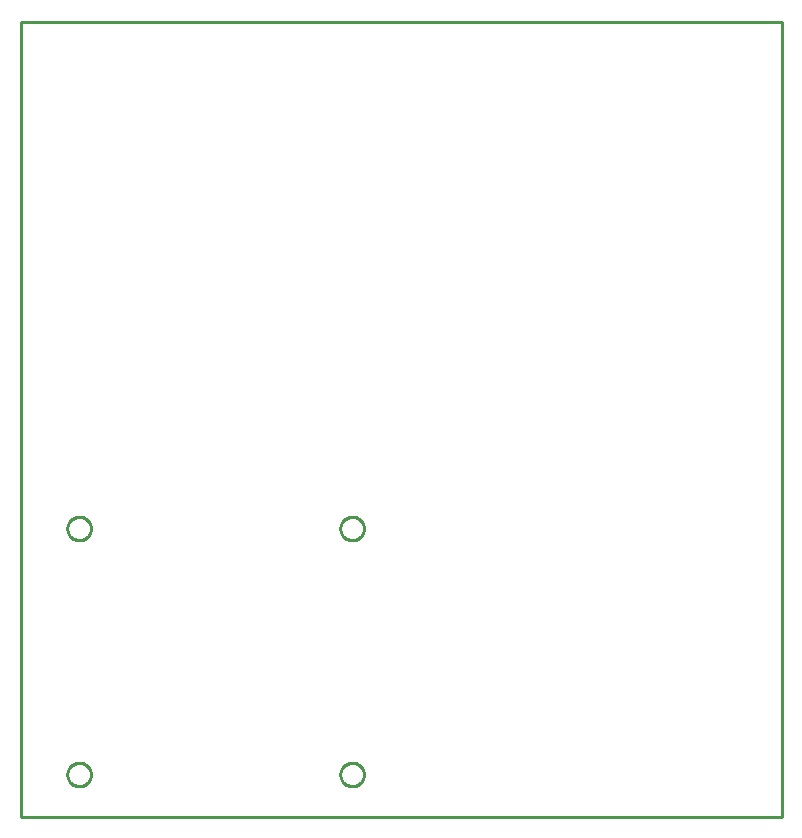
<source format=gbr>
G04 EAGLE Gerber RS-274X export*
G75*
%MOMM*%
%FSLAX34Y34*%
%LPD*%
%IN*%
%IPPOS*%
%AMOC8*
5,1,8,0,0,1.08239X$1,22.5*%
G01*
%ADD10C,0.254000*%


D10*
X-266700Y-25400D02*
X377700Y-25400D01*
X377700Y647600D01*
X-266700Y647600D01*
X-266700Y-25400D01*
X13533Y20160D02*
X12664Y20084D01*
X11804Y19932D01*
X10960Y19706D01*
X10140Y19408D01*
X9348Y19039D01*
X8592Y18602D01*
X7877Y18101D01*
X7208Y17540D01*
X6590Y16922D01*
X6029Y16253D01*
X5528Y15538D01*
X5091Y14782D01*
X4722Y13990D01*
X4424Y13170D01*
X4198Y12326D01*
X4046Y11467D01*
X3970Y10597D01*
X3970Y9723D01*
X4046Y8854D01*
X4198Y7994D01*
X4424Y7150D01*
X4722Y6330D01*
X5091Y5538D01*
X5528Y4782D01*
X6029Y4067D01*
X6590Y3398D01*
X7208Y2780D01*
X7877Y2219D01*
X8592Y1718D01*
X9348Y1281D01*
X10140Y912D01*
X10960Y614D01*
X11804Y388D01*
X12664Y236D01*
X13533Y160D01*
X14407Y160D01*
X15277Y236D01*
X16136Y388D01*
X16980Y614D01*
X17800Y912D01*
X18592Y1281D01*
X19348Y1718D01*
X20063Y2219D01*
X20732Y2780D01*
X21350Y3398D01*
X21911Y4067D01*
X22412Y4782D01*
X22849Y5538D01*
X23218Y6330D01*
X23516Y7150D01*
X23742Y7994D01*
X23894Y8854D01*
X23970Y9723D01*
X23970Y10597D01*
X23894Y11467D01*
X23742Y12326D01*
X23516Y13170D01*
X23218Y13990D01*
X22849Y14782D01*
X22412Y15538D01*
X21911Y16253D01*
X21350Y16922D01*
X20732Y17540D01*
X20063Y18101D01*
X19348Y18602D01*
X18592Y19039D01*
X17800Y19408D01*
X16980Y19706D01*
X16136Y19932D01*
X15277Y20084D01*
X14407Y20160D01*
X13533Y20160D01*
X13533Y228440D02*
X12664Y228364D01*
X11804Y228212D01*
X10960Y227986D01*
X10140Y227688D01*
X9348Y227319D01*
X8592Y226882D01*
X7877Y226381D01*
X7208Y225820D01*
X6590Y225202D01*
X6029Y224533D01*
X5528Y223818D01*
X5091Y223062D01*
X4722Y222270D01*
X4424Y221450D01*
X4198Y220606D01*
X4046Y219747D01*
X3970Y218877D01*
X3970Y218003D01*
X4046Y217134D01*
X4198Y216274D01*
X4424Y215430D01*
X4722Y214610D01*
X5091Y213818D01*
X5528Y213062D01*
X6029Y212347D01*
X6590Y211678D01*
X7208Y211060D01*
X7877Y210499D01*
X8592Y209998D01*
X9348Y209561D01*
X10140Y209192D01*
X10960Y208894D01*
X11804Y208668D01*
X12664Y208516D01*
X13533Y208440D01*
X14407Y208440D01*
X15277Y208516D01*
X16136Y208668D01*
X16980Y208894D01*
X17800Y209192D01*
X18592Y209561D01*
X19348Y209998D01*
X20063Y210499D01*
X20732Y211060D01*
X21350Y211678D01*
X21911Y212347D01*
X22412Y213062D01*
X22849Y213818D01*
X23218Y214610D01*
X23516Y215430D01*
X23742Y216274D01*
X23894Y217134D01*
X23970Y218003D01*
X23970Y218877D01*
X23894Y219747D01*
X23742Y220606D01*
X23516Y221450D01*
X23218Y222270D01*
X22849Y223062D01*
X22412Y223818D01*
X21911Y224533D01*
X21350Y225202D01*
X20732Y225820D01*
X20063Y226381D01*
X19348Y226882D01*
X18592Y227319D01*
X17800Y227688D01*
X16980Y227986D01*
X16136Y228212D01*
X15277Y228364D01*
X14407Y228440D01*
X13533Y228440D01*
X-217607Y228440D02*
X-218477Y228364D01*
X-219336Y228212D01*
X-220180Y227986D01*
X-221000Y227688D01*
X-221792Y227319D01*
X-222548Y226882D01*
X-223263Y226381D01*
X-223932Y225820D01*
X-224550Y225202D01*
X-225111Y224533D01*
X-225612Y223818D01*
X-226049Y223062D01*
X-226418Y222270D01*
X-226716Y221450D01*
X-226942Y220606D01*
X-227094Y219747D01*
X-227170Y218877D01*
X-227170Y218003D01*
X-227094Y217134D01*
X-226942Y216274D01*
X-226716Y215430D01*
X-226418Y214610D01*
X-226049Y213818D01*
X-225612Y213062D01*
X-225111Y212347D01*
X-224550Y211678D01*
X-223932Y211060D01*
X-223263Y210499D01*
X-222548Y209998D01*
X-221792Y209561D01*
X-221000Y209192D01*
X-220180Y208894D01*
X-219336Y208668D01*
X-218477Y208516D01*
X-217607Y208440D01*
X-216733Y208440D01*
X-215864Y208516D01*
X-215004Y208668D01*
X-214160Y208894D01*
X-213340Y209192D01*
X-212548Y209561D01*
X-211792Y209998D01*
X-211077Y210499D01*
X-210408Y211060D01*
X-209790Y211678D01*
X-209229Y212347D01*
X-208728Y213062D01*
X-208291Y213818D01*
X-207922Y214610D01*
X-207624Y215430D01*
X-207398Y216274D01*
X-207246Y217134D01*
X-207170Y218003D01*
X-207170Y218877D01*
X-207246Y219747D01*
X-207398Y220606D01*
X-207624Y221450D01*
X-207922Y222270D01*
X-208291Y223062D01*
X-208728Y223818D01*
X-209229Y224533D01*
X-209790Y225202D01*
X-210408Y225820D01*
X-211077Y226381D01*
X-211792Y226882D01*
X-212548Y227319D01*
X-213340Y227688D01*
X-214160Y227986D01*
X-215004Y228212D01*
X-215864Y228364D01*
X-216733Y228440D01*
X-217607Y228440D01*
X-217607Y20160D02*
X-218477Y20084D01*
X-219336Y19932D01*
X-220180Y19706D01*
X-221000Y19408D01*
X-221792Y19039D01*
X-222548Y18602D01*
X-223263Y18101D01*
X-223932Y17540D01*
X-224550Y16922D01*
X-225111Y16253D01*
X-225612Y15538D01*
X-226049Y14782D01*
X-226418Y13990D01*
X-226716Y13170D01*
X-226942Y12326D01*
X-227094Y11467D01*
X-227170Y10597D01*
X-227170Y9723D01*
X-227094Y8854D01*
X-226942Y7994D01*
X-226716Y7150D01*
X-226418Y6330D01*
X-226049Y5538D01*
X-225612Y4782D01*
X-225111Y4067D01*
X-224550Y3398D01*
X-223932Y2780D01*
X-223263Y2219D01*
X-222548Y1718D01*
X-221792Y1281D01*
X-221000Y912D01*
X-220180Y614D01*
X-219336Y388D01*
X-218477Y236D01*
X-217607Y160D01*
X-216733Y160D01*
X-215864Y236D01*
X-215004Y388D01*
X-214160Y614D01*
X-213340Y912D01*
X-212548Y1281D01*
X-211792Y1718D01*
X-211077Y2219D01*
X-210408Y2780D01*
X-209790Y3398D01*
X-209229Y4067D01*
X-208728Y4782D01*
X-208291Y5538D01*
X-207922Y6330D01*
X-207624Y7150D01*
X-207398Y7994D01*
X-207246Y8854D01*
X-207170Y9723D01*
X-207170Y10597D01*
X-207246Y11467D01*
X-207398Y12326D01*
X-207624Y13170D01*
X-207922Y13990D01*
X-208291Y14782D01*
X-208728Y15538D01*
X-209229Y16253D01*
X-209790Y16922D01*
X-210408Y17540D01*
X-211077Y18101D01*
X-211792Y18602D01*
X-212548Y19039D01*
X-213340Y19408D01*
X-214160Y19706D01*
X-215004Y19932D01*
X-215864Y20084D01*
X-216733Y20160D01*
X-217607Y20160D01*
M02*

</source>
